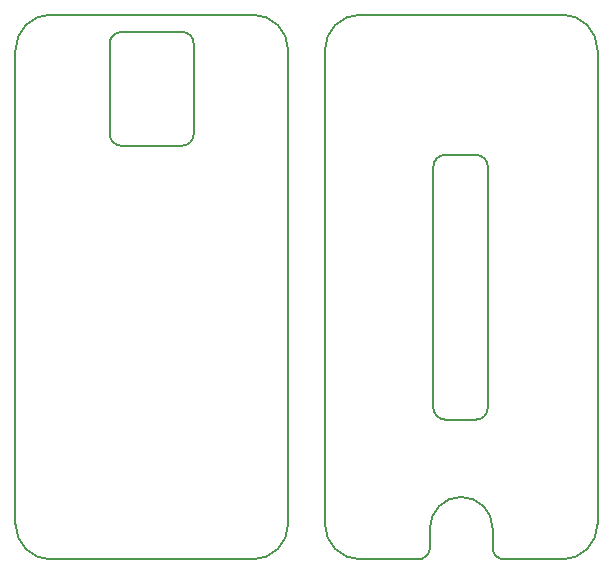
<source format=gbr>
%TF.GenerationSoftware,KiCad,Pcbnew,(6.0.0)*%
%TF.CreationDate,2022-03-22T23:09:44-04:00*%
%TF.ProjectId,JTAG_ISP-BOTH,4a544147-5f49-4535-902d-424f54482e6b,v5.1.0*%
%TF.SameCoordinates,Original*%
%TF.FileFunction,Profile,NP*%
%FSLAX46Y46*%
G04 Gerber Fmt 4.6, Leading zero omitted, Abs format (unit mm)*
G04 Created by KiCad (PCBNEW (6.0.0)) date 2022-03-22 23:09:44*
%MOMM*%
%LPD*%
G01*
G04 APERTURE LIST*
%TA.AperFunction,Profile*%
%ADD10C,0.150000*%
%TD*%
G04 APERTURE END LIST*
D10*
X127811678Y-79415341D02*
X125195686Y-79415341D01*
X125195686Y-57006673D02*
X127811678Y-57006673D01*
X128811678Y-58006673D02*
G75*
G03*
X127811678Y-57006673I-999999J1D01*
G01*
X125195686Y-57006673D02*
G75*
G03*
X124195686Y-58006673I-1J-999999D01*
G01*
X127811678Y-79415341D02*
G75*
G03*
X128811678Y-78415341I1J999999D01*
G01*
X124195686Y-78415341D02*
X124195686Y-58006673D01*
X124195686Y-78415341D02*
G75*
G03*
X125195686Y-79415341I999999J-1D01*
G01*
X128811678Y-58006673D02*
X128811678Y-78415341D01*
X115019672Y-48123346D02*
X115019672Y-88257866D01*
X129208651Y-90257866D02*
X129208651Y-88607877D01*
X122908662Y-91257866D02*
X118019672Y-91257866D01*
X123908662Y-88607877D02*
X123908662Y-90257866D01*
X115019672Y-88257866D02*
G75*
G03*
X118019672Y-91257866I3000001J1D01*
G01*
X122908662Y-91257866D02*
G75*
G03*
X123908662Y-90257866I1J999999D01*
G01*
X129208651Y-88607877D02*
G75*
G03*
X126558651Y-85957877I-2650000J0D01*
G01*
X138097670Y-48123346D02*
G75*
G03*
X135097670Y-45123346I-3000001J-1D01*
G01*
X118019672Y-45123346D02*
G75*
G03*
X115019672Y-48123346I1J-3000001D01*
G01*
X126558662Y-85957877D02*
G75*
G03*
X123908662Y-88607877I0J-2650000D01*
G01*
X135097667Y-91257866D02*
X130208651Y-91257866D01*
X129208651Y-90257866D02*
G75*
G03*
X130208651Y-91257866I999999J-1D01*
G01*
X135097670Y-45123346D02*
X118019672Y-45123346D01*
X135097670Y-91257866D02*
G75*
G03*
X138097670Y-88257866I-1J3000001D01*
G01*
X138097670Y-88257866D02*
X138097670Y-48123346D01*
X102911676Y-46595528D02*
X97791345Y-46595528D01*
X108897670Y-45121434D02*
X91819676Y-45121434D01*
X91819672Y-91257866D02*
X108897670Y-91257866D01*
X88819672Y-48121446D02*
X88819672Y-88257866D01*
X111897670Y-48121446D02*
G75*
G03*
X108897670Y-45121446I-3000001J-1D01*
G01*
X97791345Y-56237266D02*
X102911676Y-56237266D01*
X108897670Y-91257866D02*
G75*
G03*
X111897670Y-88257866I-1J3000001D01*
G01*
X111897670Y-88257866D02*
X111897670Y-48121446D01*
X97791345Y-46595528D02*
G75*
G03*
X96791345Y-47595528I-1J-999999D01*
G01*
X103911676Y-47595528D02*
G75*
G03*
X102911676Y-46595528I-999999J1D01*
G01*
X88819672Y-88257866D02*
G75*
G03*
X91819672Y-91257866I3000001J1D01*
G01*
X96791345Y-47595528D02*
X96791345Y-55237266D01*
X96791345Y-55237266D02*
G75*
G03*
X97791345Y-56237266I999999J-1D01*
G01*
X103911676Y-55237266D02*
X103911676Y-47595528D01*
X91819672Y-45121446D02*
G75*
G03*
X88819672Y-48121446I1J-3000001D01*
G01*
X102911676Y-56237266D02*
G75*
G03*
X103911676Y-55237266I1J999999D01*
G01*
M02*

</source>
